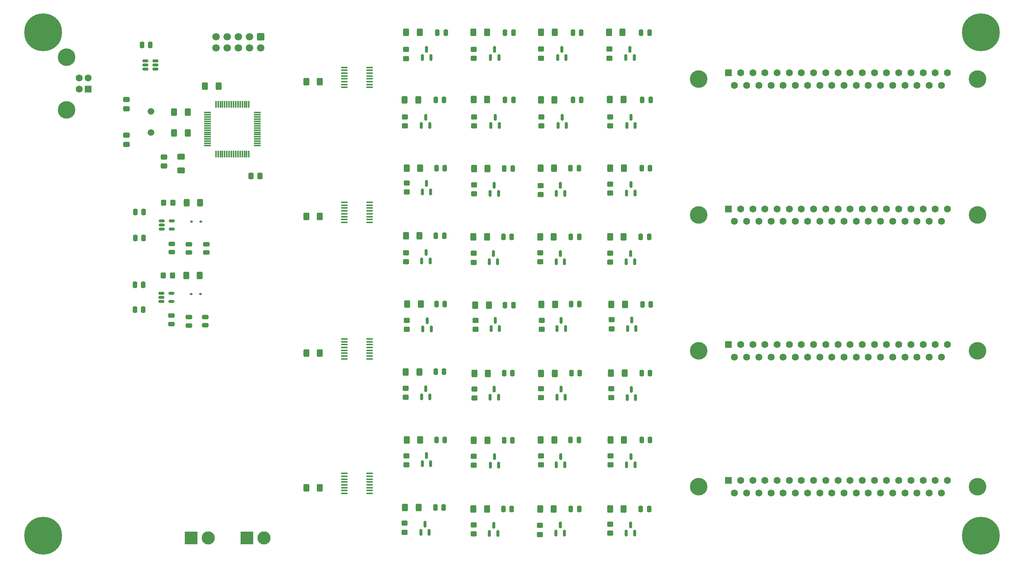
<source format=gbr>
G04 #@! TF.GenerationSoftware,KiCad,Pcbnew,7.0.6*
G04 #@! TF.CreationDate,2024-04-22T15:15:48+03:00*
G04 #@! TF.ProjectId,sensor_current_stand,73656e73-6f72-45f6-9375-7272656e745f,rev?*
G04 #@! TF.SameCoordinates,Original*
G04 #@! TF.FileFunction,Soldermask,Top*
G04 #@! TF.FilePolarity,Negative*
%FSLAX46Y46*%
G04 Gerber Fmt 4.6, Leading zero omitted, Abs format (unit mm)*
G04 Created by KiCad (PCBNEW 7.0.6) date 2024-04-22 15:15:48*
%MOMM*%
%LPD*%
G01*
G04 APERTURE LIST*
G04 Aperture macros list*
%AMRoundRect*
0 Rectangle with rounded corners*
0 $1 Rounding radius*
0 $2 $3 $4 $5 $6 $7 $8 $9 X,Y pos of 4 corners*
0 Add a 4 corners polygon primitive as box body*
4,1,4,$2,$3,$4,$5,$6,$7,$8,$9,$2,$3,0*
0 Add four circle primitives for the rounded corners*
1,1,$1+$1,$2,$3*
1,1,$1+$1,$4,$5*
1,1,$1+$1,$6,$7*
1,1,$1+$1,$8,$9*
0 Add four rect primitives between the rounded corners*
20,1,$1+$1,$2,$3,$4,$5,0*
20,1,$1+$1,$4,$5,$6,$7,0*
20,1,$1+$1,$6,$7,$8,$9,0*
20,1,$1+$1,$8,$9,$2,$3,0*%
G04 Aperture macros list end*
%ADD10RoundRect,0.250000X0.250000X0.475000X-0.250000X0.475000X-0.250000X-0.475000X0.250000X-0.475000X0*%
%ADD11RoundRect,0.250000X-0.475000X0.250000X-0.475000X-0.250000X0.475000X-0.250000X0.475000X0.250000X0*%
%ADD12RoundRect,0.250000X0.337500X0.475000X-0.337500X0.475000X-0.337500X-0.475000X0.337500X-0.475000X0*%
%ADD13C,4.700000*%
%ADD14C,8.600000*%
%ADD15C,4.000000*%
%ADD16R,1.600000X1.600000*%
%ADD17C,1.600000*%
%ADD18RoundRect,0.150000X0.150000X-0.587500X0.150000X0.587500X-0.150000X0.587500X-0.150000X-0.587500X0*%
%ADD19RoundRect,0.112500X0.187500X0.112500X-0.187500X0.112500X-0.187500X-0.112500X0.187500X-0.112500X0*%
%ADD20RoundRect,0.250000X-0.400000X-0.625000X0.400000X-0.625000X0.400000X0.625000X-0.400000X0.625000X0*%
%ADD21RoundRect,0.250000X0.450000X-0.325000X0.450000X0.325000X-0.450000X0.325000X-0.450000X-0.325000X0*%
%ADD22RoundRect,0.150000X-0.512500X-0.150000X0.512500X-0.150000X0.512500X0.150000X-0.512500X0.150000X0*%
%ADD23RoundRect,0.250000X-0.325000X-0.450000X0.325000X-0.450000X0.325000X0.450000X-0.325000X0.450000X0*%
%ADD24C,3.000000*%
%ADD25R,3.000000X3.000000*%
%ADD26RoundRect,0.100000X-0.637500X-0.100000X0.637500X-0.100000X0.637500X0.100000X-0.637500X0.100000X0*%
%ADD27RoundRect,0.250000X0.475000X-0.337500X0.475000X0.337500X-0.475000X0.337500X-0.475000X-0.337500X0*%
%ADD28RoundRect,0.250000X0.400000X0.625000X-0.400000X0.625000X-0.400000X-0.625000X0.400000X-0.625000X0*%
%ADD29RoundRect,0.250000X0.625000X-0.400000X0.625000X0.400000X-0.625000X0.400000X-0.625000X-0.400000X0*%
%ADD30C,1.500000*%
%ADD31RoundRect,0.250000X-0.600000X0.600000X-0.600000X-0.600000X0.600000X-0.600000X0.600000X0.600000X0*%
%ADD32C,1.700000*%
%ADD33RoundRect,0.250000X-0.475000X0.337500X-0.475000X-0.337500X0.475000X-0.337500X0.475000X0.337500X0*%
%ADD34RoundRect,0.075000X-0.700000X-0.075000X0.700000X-0.075000X0.700000X0.075000X-0.700000X0.075000X0*%
%ADD35RoundRect,0.075000X-0.075000X-0.700000X0.075000X-0.700000X0.075000X0.700000X-0.075000X0.700000X0*%
G04 APERTURE END LIST*
D10*
X194650000Y-129400000D03*
X192750000Y-129400000D03*
X163350000Y-129500000D03*
X161450000Y-129500000D03*
X163150000Y-145100000D03*
X161250000Y-145100000D03*
X178450000Y-129400000D03*
X176550000Y-129400000D03*
X194450000Y-145100000D03*
X192550000Y-145100000D03*
X147950000Y-129400000D03*
X146050000Y-129400000D03*
X147650000Y-144800000D03*
X145750000Y-144800000D03*
X163350000Y-114100000D03*
X161450000Y-114100000D03*
X178575000Y-98400000D03*
X176675000Y-98400000D03*
X194850000Y-98500000D03*
X192950000Y-98500000D03*
X147950000Y-98425000D03*
X146050000Y-98425000D03*
X194650000Y-114100000D03*
X192750000Y-114100000D03*
X163550000Y-98600000D03*
X161650000Y-98600000D03*
X178650000Y-114100000D03*
X176750000Y-114100000D03*
X147750000Y-113800000D03*
X145850000Y-113800000D03*
X178433332Y-67400000D03*
X176533332Y-67400000D03*
X147950000Y-67400000D03*
X146050000Y-67400000D03*
X163366666Y-67500000D03*
X161466666Y-67500000D03*
X147800000Y-82800000D03*
X145900000Y-82800000D03*
X163166666Y-83050000D03*
X161266666Y-83050000D03*
X194450000Y-83050000D03*
X192550000Y-83050000D03*
X178533332Y-83050000D03*
X176633332Y-83050000D03*
X194675000Y-67400000D03*
X192775000Y-67400000D03*
X194775000Y-51825000D03*
X192875000Y-51825000D03*
X179008332Y-51825000D03*
X177108332Y-51825000D03*
X163541666Y-51825000D03*
X161641666Y-51825000D03*
X147775000Y-51825000D03*
X145875000Y-51825000D03*
X194525000Y-36455000D03*
X192625000Y-36455000D03*
X179008332Y-36455000D03*
X177108332Y-36455000D03*
X163541666Y-36455000D03*
X161641666Y-36455000D03*
X148150000Y-36455000D03*
X146250000Y-36455000D03*
X79257842Y-93982842D03*
X77357842Y-93982842D03*
D11*
X93400000Y-101350000D03*
X93400000Y-103250000D03*
X89617158Y-101392158D03*
X89617158Y-103292158D03*
X85700000Y-101050000D03*
X85700000Y-102950000D03*
D10*
X79257842Y-99682842D03*
X77357842Y-99682842D03*
X79342157Y-77382842D03*
X77442157Y-77382842D03*
D11*
X93667157Y-84732842D03*
X93667157Y-86632842D03*
X89667157Y-84732842D03*
X89667157Y-86632842D03*
X85767157Y-84657842D03*
X85767157Y-86557842D03*
D10*
X79342157Y-83282842D03*
X77442157Y-83282842D03*
X80850000Y-39282842D03*
X78950000Y-39282842D03*
X178550000Y-145100000D03*
X176650000Y-145100000D03*
D12*
X105837500Y-69200000D03*
X103762500Y-69200000D03*
D13*
X56500000Y-151200000D03*
D14*
X56500000Y-151200000D03*
X270000000Y-151200000D03*
D13*
X270000000Y-151200000D03*
D14*
X270000000Y-36400000D03*
D13*
X270000000Y-36400000D03*
D14*
X56500000Y-36400000D03*
D13*
X56500000Y-36400000D03*
D15*
X269200000Y-140050000D03*
X205700000Y-140050000D03*
D16*
X212520000Y-138630000D03*
D17*
X215290000Y-138630000D03*
X218060000Y-138630000D03*
X220830000Y-138630000D03*
X223600000Y-138630000D03*
X226370000Y-138630000D03*
X229140000Y-138630000D03*
X231910000Y-138630000D03*
X234680000Y-138630000D03*
X237450000Y-138630000D03*
X240220000Y-138630000D03*
X242990000Y-138630000D03*
X245760000Y-138630000D03*
X248530000Y-138630000D03*
X251300000Y-138630000D03*
X254070000Y-138630000D03*
X256840000Y-138630000D03*
X259610000Y-138630000D03*
X262380000Y-138630000D03*
X213905000Y-141470000D03*
X216675000Y-141470000D03*
X219445000Y-141470000D03*
X222215000Y-141470000D03*
X224985000Y-141470000D03*
X227755000Y-141470000D03*
X230525000Y-141470000D03*
X233295000Y-141470000D03*
X236065000Y-141470000D03*
X238835000Y-141470000D03*
X241605000Y-141470000D03*
X244375000Y-141470000D03*
X247145000Y-141470000D03*
X249915000Y-141470000D03*
X252685000Y-141470000D03*
X255455000Y-141470000D03*
X258225000Y-141470000D03*
X260995000Y-141470000D03*
D15*
X269200000Y-47080000D03*
X205700000Y-47080000D03*
D16*
X212520000Y-45660000D03*
D17*
X215290000Y-45660000D03*
X218060000Y-45660000D03*
X220830000Y-45660000D03*
X223600000Y-45660000D03*
X226370000Y-45660000D03*
X229140000Y-45660000D03*
X231910000Y-45660000D03*
X234680000Y-45660000D03*
X237450000Y-45660000D03*
X240220000Y-45660000D03*
X242990000Y-45660000D03*
X245760000Y-45660000D03*
X248530000Y-45660000D03*
X251300000Y-45660000D03*
X254070000Y-45660000D03*
X256840000Y-45660000D03*
X259610000Y-45660000D03*
X262380000Y-45660000D03*
X213905000Y-48500000D03*
X216675000Y-48500000D03*
X219445000Y-48500000D03*
X222215000Y-48500000D03*
X224985000Y-48500000D03*
X227755000Y-48500000D03*
X230525000Y-48500000D03*
X233295000Y-48500000D03*
X236065000Y-48500000D03*
X238835000Y-48500000D03*
X241605000Y-48500000D03*
X244375000Y-48500000D03*
X247145000Y-48500000D03*
X249915000Y-48500000D03*
X252685000Y-48500000D03*
X255455000Y-48500000D03*
X258225000Y-48500000D03*
X260995000Y-48500000D03*
X260995000Y-79520000D03*
X258225000Y-79520000D03*
X255455000Y-79520000D03*
X252685000Y-79520000D03*
X249915000Y-79520000D03*
X247145000Y-79520000D03*
X244375000Y-79520000D03*
X241605000Y-79520000D03*
X238835000Y-79520000D03*
X236065000Y-79520000D03*
X233295000Y-79520000D03*
X230525000Y-79520000D03*
X227755000Y-79520000D03*
X224985000Y-79520000D03*
X222215000Y-79520000D03*
X219445000Y-79520000D03*
X216675000Y-79520000D03*
X213905000Y-79520000D03*
X262380000Y-76680000D03*
X259610000Y-76680000D03*
X256840000Y-76680000D03*
X254070000Y-76680000D03*
X251300000Y-76680000D03*
X248530000Y-76680000D03*
X245760000Y-76680000D03*
X242990000Y-76680000D03*
X240220000Y-76680000D03*
X237450000Y-76680000D03*
X234680000Y-76680000D03*
X231910000Y-76680000D03*
X229140000Y-76680000D03*
X226370000Y-76680000D03*
X223600000Y-76680000D03*
X220830000Y-76680000D03*
X218060000Y-76680000D03*
X215290000Y-76680000D03*
D16*
X212520000Y-76680000D03*
D15*
X205700000Y-78100000D03*
X269200000Y-78100000D03*
X269200000Y-109050000D03*
X205700000Y-109050000D03*
D16*
X212520000Y-107630000D03*
D17*
X215290000Y-107630000D03*
X218060000Y-107630000D03*
X220830000Y-107630000D03*
X223600000Y-107630000D03*
X226370000Y-107630000D03*
X229140000Y-107630000D03*
X231910000Y-107630000D03*
X234680000Y-107630000D03*
X237450000Y-107630000D03*
X240220000Y-107630000D03*
X242990000Y-107630000D03*
X245760000Y-107630000D03*
X248530000Y-107630000D03*
X251300000Y-107630000D03*
X254070000Y-107630000D03*
X256840000Y-107630000D03*
X259610000Y-107630000D03*
X262380000Y-107630000D03*
X213905000Y-110470000D03*
X216675000Y-110470000D03*
X219445000Y-110470000D03*
X222215000Y-110470000D03*
X224985000Y-110470000D03*
X227755000Y-110470000D03*
X230525000Y-110470000D03*
X233295000Y-110470000D03*
X236065000Y-110470000D03*
X238835000Y-110470000D03*
X241605000Y-110470000D03*
X244375000Y-110470000D03*
X247145000Y-110470000D03*
X249915000Y-110470000D03*
X252685000Y-110470000D03*
X255455000Y-110470000D03*
X258225000Y-110470000D03*
X260995000Y-110470000D03*
D18*
X158246666Y-73197500D03*
X160146666Y-73197500D03*
X159196666Y-71322500D03*
D19*
X90182842Y-96132842D03*
X92282842Y-96132842D03*
D20*
X169833332Y-36425000D03*
X172933332Y-36425000D03*
X154850000Y-98600000D03*
X157950000Y-98600000D03*
X154496666Y-51725000D03*
X157596666Y-51725000D03*
D21*
X170000000Y-104125000D03*
X170000000Y-102075000D03*
X169600000Y-150925000D03*
X169600000Y-148875000D03*
D18*
X189375000Y-57637500D03*
X191275000Y-57637500D03*
X190325000Y-55762500D03*
X189450000Y-119737500D03*
X191350000Y-119737500D03*
X190400000Y-117862500D03*
X158341666Y-42200000D03*
X160241666Y-42200000D03*
X159291666Y-40325000D03*
X158441666Y-57637500D03*
X160341666Y-57637500D03*
X159391666Y-55762500D03*
D22*
X85682842Y-95932842D03*
X85682842Y-97832842D03*
X83407842Y-97832842D03*
X83407842Y-96882842D03*
X83407842Y-95932842D03*
D18*
X142650000Y-119537500D03*
X144550000Y-119537500D03*
X143600000Y-117662500D03*
D20*
X185750000Y-114100000D03*
X188850000Y-114100000D03*
X92132842Y-91882842D03*
X89032842Y-91882842D03*
X154566666Y-67500000D03*
X157666666Y-67500000D03*
D18*
X158300000Y-135100000D03*
X160200000Y-135100000D03*
X159250000Y-133225000D03*
X189150000Y-42200000D03*
X191050000Y-42200000D03*
X190100000Y-40325000D03*
X189350000Y-135037500D03*
X191250000Y-135037500D03*
X190300000Y-133162500D03*
D21*
X185900000Y-104025000D03*
X185900000Y-101975000D03*
D18*
X142685000Y-88532500D03*
X144585000Y-88532500D03*
X143635000Y-86657500D03*
D21*
X139125000Y-88725000D03*
X139125000Y-86675000D03*
X138800000Y-150425000D03*
X138800000Y-148375000D03*
X169683332Y-88775000D03*
X169683332Y-86725000D03*
D23*
X85907842Y-91882842D03*
X83857842Y-91882842D03*
D24*
X106772500Y-151700000D03*
D25*
X102892500Y-151700000D03*
D20*
X139250000Y-129400000D03*
X142350000Y-129400000D03*
X169733332Y-67400000D03*
X172833332Y-67400000D03*
D18*
X189250000Y-150637500D03*
X191150000Y-150637500D03*
X190200000Y-148762500D03*
D21*
X139300000Y-104150000D03*
X139300000Y-102100000D03*
X185625000Y-57750000D03*
X185625000Y-55700000D03*
D20*
X154441666Y-36425000D03*
X157541666Y-36425000D03*
D26*
X125088541Y-106350000D03*
X125088541Y-107000000D03*
X125088541Y-107650000D03*
X125088541Y-108300000D03*
X125088541Y-108950000D03*
X125088541Y-109600000D03*
X125088541Y-110250000D03*
X125088541Y-110900000D03*
X130813541Y-110900000D03*
X130813541Y-110250000D03*
X130813541Y-109600000D03*
X130813541Y-108950000D03*
X130813541Y-108300000D03*
X130813541Y-107650000D03*
X130813541Y-107000000D03*
X130813541Y-106350000D03*
D18*
X173500000Y-104000000D03*
X175400000Y-104000000D03*
X174450000Y-102125000D03*
X142450000Y-150437500D03*
X144350000Y-150437500D03*
X143400000Y-148562500D03*
X173450000Y-119637500D03*
X175350000Y-119637500D03*
X174400000Y-117762500D03*
X173633332Y-42200000D03*
X175533332Y-42200000D03*
X174583332Y-40325000D03*
X173350000Y-135037500D03*
X175250000Y-135037500D03*
X174300000Y-133162500D03*
X158066666Y-88725000D03*
X159966666Y-88725000D03*
X159016666Y-86850000D03*
D21*
X154900000Y-104125000D03*
X154900000Y-102075000D03*
D20*
X154650000Y-114200000D03*
X157750000Y-114200000D03*
D18*
X189550000Y-103937500D03*
X191450000Y-103937500D03*
X190500000Y-102062500D03*
D27*
X83982842Y-66920342D03*
X83982842Y-64845342D03*
D20*
X116401041Y-47700000D03*
X119501041Y-47700000D03*
X169650000Y-145100000D03*
X172750000Y-145100000D03*
D27*
X75417157Y-61957842D03*
X75417157Y-59882842D03*
D21*
X154500000Y-135125000D03*
X154500000Y-133075000D03*
D20*
X169950000Y-98500000D03*
X173050000Y-98500000D03*
D18*
X142600000Y-57637500D03*
X144500000Y-57637500D03*
X143550000Y-55762500D03*
D20*
X154550000Y-129500000D03*
X157650000Y-129500000D03*
D18*
X142800000Y-72782500D03*
X144700000Y-72782500D03*
X143750000Y-70907500D03*
D28*
X96417157Y-48682842D03*
X93317157Y-48682842D03*
D18*
X173708332Y-57637500D03*
X175608332Y-57637500D03*
X174658332Y-55762500D03*
D22*
X79792157Y-42932842D03*
X79792157Y-43882842D03*
X79792157Y-44832842D03*
X82067157Y-44832842D03*
X82067157Y-43882842D03*
X82067157Y-42932842D03*
D21*
X169783332Y-73425000D03*
X169783332Y-71375000D03*
D20*
X169813332Y-51825000D03*
X172913332Y-51825000D03*
D21*
X154700000Y-119825000D03*
X154700000Y-117775000D03*
X185700000Y-135025000D03*
X185700000Y-132975000D03*
X154491666Y-42350000D03*
X154491666Y-40300000D03*
D18*
X142947500Y-104062500D03*
X144847500Y-104062500D03*
X143897500Y-102187500D03*
D20*
X139050000Y-113900000D03*
X142150000Y-113900000D03*
D19*
X92367157Y-79582842D03*
X90267157Y-79582842D03*
D18*
X173313332Y-73177500D03*
X175213332Y-73177500D03*
X174263332Y-71302500D03*
D21*
X139300000Y-72825000D03*
X139300000Y-70775000D03*
X154516666Y-88875000D03*
X154516666Y-86825000D03*
D18*
X158250000Y-119675000D03*
X160150000Y-119675000D03*
X159200000Y-117800000D03*
D21*
X169800000Y-119725000D03*
X169800000Y-117675000D03*
D29*
X87867157Y-67882842D03*
X87867157Y-64782842D03*
D30*
X81017157Y-59300342D03*
X81017157Y-54420342D03*
D26*
X125088541Y-137025000D03*
X125088541Y-137675000D03*
X125088541Y-138325000D03*
X125088541Y-138975000D03*
X125088541Y-139625000D03*
X125088541Y-140275000D03*
X125088541Y-140925000D03*
X125088541Y-141575000D03*
X130813541Y-141575000D03*
X130813541Y-140925000D03*
X130813541Y-140275000D03*
X130813541Y-139625000D03*
X130813541Y-138975000D03*
X130813541Y-138325000D03*
X130813541Y-137675000D03*
X130813541Y-137025000D03*
D21*
X138850000Y-57750000D03*
X138850000Y-55700000D03*
D20*
X185550000Y-83050000D03*
X188650000Y-83050000D03*
X169633332Y-83050000D03*
X172733332Y-83050000D03*
D21*
X185600000Y-150625000D03*
X185600000Y-148575000D03*
D20*
X185530000Y-51725000D03*
X188630000Y-51725000D03*
X116401041Y-109600000D03*
X119501041Y-109600000D03*
X139250000Y-67400000D03*
X142350000Y-67400000D03*
D21*
X185600000Y-73050000D03*
X185600000Y-71000000D03*
D28*
X89367157Y-54582842D03*
X86267157Y-54582842D03*
D20*
X185300000Y-36425000D03*
X188400000Y-36425000D03*
D21*
X154500000Y-150825000D03*
X154500000Y-148775000D03*
D18*
X189350000Y-73037500D03*
X191250000Y-73037500D03*
X190300000Y-71162500D03*
X158450000Y-103975000D03*
X160350000Y-103975000D03*
X159400000Y-102100000D03*
D20*
X185600000Y-67400000D03*
X188700000Y-67400000D03*
X154466666Y-83050000D03*
X157566666Y-83050000D03*
X138800000Y-51825000D03*
X141900000Y-51825000D03*
D31*
X106000000Y-37460000D03*
D32*
X106000000Y-40000000D03*
X103460000Y-37460000D03*
X103460000Y-40000000D03*
X100920000Y-37460000D03*
X100920000Y-40000000D03*
X98380000Y-37460000D03*
X98380000Y-40000000D03*
X95840000Y-37460000D03*
X95840000Y-40000000D03*
D21*
X185400000Y-42312500D03*
X185400000Y-40262500D03*
X154616666Y-73225000D03*
X154616666Y-71175000D03*
D18*
X142850000Y-42200000D03*
X144750000Y-42200000D03*
X143800000Y-40325000D03*
D21*
X169908332Y-57750000D03*
X169908332Y-55700000D03*
D26*
X125088541Y-75200000D03*
X125088541Y-75850000D03*
X125088541Y-76500000D03*
X125088541Y-77150000D03*
X125088541Y-77800000D03*
X125088541Y-78450000D03*
X125088541Y-79100000D03*
X125088541Y-79750000D03*
X130813541Y-79750000D03*
X130813541Y-79100000D03*
X130813541Y-78450000D03*
X130813541Y-77800000D03*
X130813541Y-77150000D03*
X130813541Y-76500000D03*
X130813541Y-75850000D03*
X130813541Y-75200000D03*
D21*
X185800000Y-119725000D03*
X185800000Y-117675000D03*
X185600000Y-88850000D03*
X185600000Y-86800000D03*
D20*
X185550000Y-145100000D03*
X188650000Y-145100000D03*
X116401041Y-140300000D03*
X119501041Y-140300000D03*
D26*
X125088541Y-44425000D03*
X125088541Y-45075000D03*
X125088541Y-45725000D03*
X125088541Y-46375000D03*
X125088541Y-47025000D03*
X125088541Y-47675000D03*
X125088541Y-48325000D03*
X125088541Y-48975000D03*
X130813541Y-48975000D03*
X130813541Y-48325000D03*
X130813541Y-47675000D03*
X130813541Y-47025000D03*
X130813541Y-46375000D03*
X130813541Y-45725000D03*
X130813541Y-45075000D03*
X130813541Y-44425000D03*
D22*
X83492157Y-79382842D03*
X83492157Y-80332842D03*
X83492157Y-81282842D03*
X85767157Y-81282842D03*
X85767157Y-79382842D03*
D21*
X169833332Y-42312500D03*
X169833332Y-40262500D03*
D24*
X94072500Y-151700000D03*
D25*
X90192500Y-151700000D03*
D18*
X173273332Y-88712500D03*
X175173332Y-88712500D03*
X174223332Y-86837500D03*
D28*
X89367157Y-59382842D03*
X86267157Y-59382842D03*
D21*
X139100000Y-42387500D03*
X139100000Y-40337500D03*
X169800000Y-135025000D03*
X169800000Y-132975000D03*
D20*
X185650000Y-129400000D03*
X188750000Y-129400000D03*
D21*
X139200000Y-135025000D03*
X139200000Y-132975000D03*
D33*
X75417157Y-51742842D03*
X75417157Y-53817842D03*
D34*
X93892157Y-54732842D03*
X93892157Y-55232842D03*
X93892157Y-55732842D03*
X93892157Y-56232842D03*
X93892157Y-56732842D03*
X93892157Y-57232842D03*
X93892157Y-57732842D03*
X93892157Y-58232842D03*
X93892157Y-58732842D03*
X93892157Y-59232842D03*
X93892157Y-59732842D03*
X93892157Y-60232842D03*
X93892157Y-60732842D03*
X93892157Y-61232842D03*
X93892157Y-61732842D03*
X93892157Y-62232842D03*
D35*
X95817157Y-64157842D03*
X96317157Y-64157842D03*
X96817157Y-64157842D03*
X97317157Y-64157842D03*
X97817157Y-64157842D03*
X98317157Y-64157842D03*
X98817157Y-64157842D03*
X99317157Y-64157842D03*
X99817157Y-64157842D03*
X100317157Y-64157842D03*
X100817157Y-64157842D03*
X101317157Y-64157842D03*
X101817157Y-64157842D03*
X102317157Y-64157842D03*
X102817157Y-64157842D03*
X103317157Y-64157842D03*
D34*
X105242157Y-62232842D03*
X105242157Y-61732842D03*
X105242157Y-61232842D03*
X105242157Y-60732842D03*
X105242157Y-60232842D03*
X105242157Y-59732842D03*
X105242157Y-59232842D03*
X105242157Y-58732842D03*
X105242157Y-58232842D03*
X105242157Y-57732842D03*
X105242157Y-57232842D03*
X105242157Y-56732842D03*
X105242157Y-56232842D03*
X105242157Y-55732842D03*
X105242157Y-55232842D03*
X105242157Y-54732842D03*
D35*
X103317157Y-52807842D03*
X102817157Y-52807842D03*
X102317157Y-52807842D03*
X101817157Y-52807842D03*
X101317157Y-52807842D03*
X100817157Y-52807842D03*
X100317157Y-52807842D03*
X99817157Y-52807842D03*
X99317157Y-52807842D03*
X98817157Y-52807842D03*
X98317157Y-52807842D03*
X97817157Y-52807842D03*
X97317157Y-52807842D03*
X96817157Y-52807842D03*
X96317157Y-52807842D03*
X95817157Y-52807842D03*
D18*
X158100000Y-150700000D03*
X160000000Y-150700000D03*
X159050000Y-148825000D03*
D16*
X66687500Y-49350000D03*
D17*
X66687500Y-46850000D03*
X64687500Y-46850000D03*
X64687500Y-49350000D03*
D15*
X61827500Y-54100000D03*
X61827500Y-42100000D03*
D20*
X154450000Y-145100000D03*
X157550000Y-145100000D03*
D18*
X142800000Y-134800000D03*
X144700000Y-134800000D03*
X143750000Y-132925000D03*
D21*
X139000000Y-119625000D03*
X139000000Y-117575000D03*
X154591666Y-57750000D03*
X154591666Y-55700000D03*
D20*
X116401041Y-78400000D03*
X119501041Y-78400000D03*
X139100000Y-36425000D03*
X142200000Y-36425000D03*
X169750000Y-129400000D03*
X172850000Y-129400000D03*
X138850000Y-144800000D03*
X141950000Y-144800000D03*
X89117157Y-75232842D03*
X92217157Y-75232842D03*
X139350000Y-98425000D03*
X142450000Y-98425000D03*
D18*
X189250000Y-88725000D03*
X191150000Y-88725000D03*
X190200000Y-86850000D03*
D20*
X185850000Y-98500000D03*
X188950000Y-98500000D03*
X169850000Y-114200000D03*
X172950000Y-114200000D03*
X139075000Y-82800000D03*
X142175000Y-82800000D03*
D18*
X173250000Y-150637500D03*
X175150000Y-150637500D03*
X174200000Y-148762500D03*
D23*
X83942157Y-75232842D03*
X85992157Y-75232842D03*
M02*

</source>
